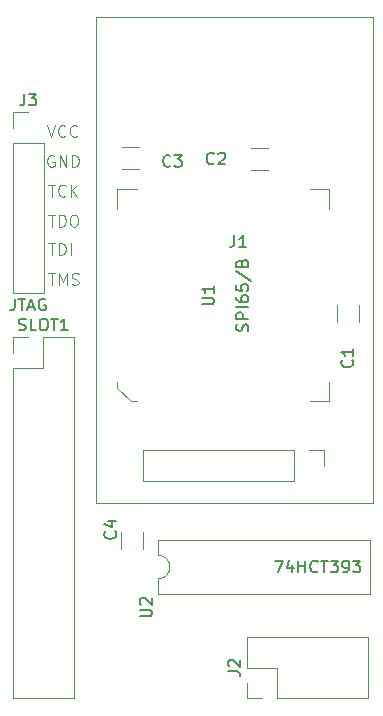
<source format=gbr>
%TF.GenerationSoftware,KiCad,Pcbnew,8.0.0-8.0.0-1~ubuntu22.04.1*%
%TF.CreationDate,2024-03-03T19:53:44+01:00*%
%TF.ProjectId,spi65,73706936-352e-46b6-9963-61645f706362,rev?*%
%TF.SameCoordinates,Original*%
%TF.FileFunction,Legend,Top*%
%TF.FilePolarity,Positive*%
%FSLAX46Y46*%
G04 Gerber Fmt 4.6, Leading zero omitted, Abs format (unit mm)*
G04 Created by KiCad (PCBNEW 8.0.0-8.0.0-1~ubuntu22.04.1) date 2024-03-03 19:53:44*
%MOMM*%
%LPD*%
G01*
G04 APERTURE LIST*
%ADD10C,0.100000*%
%ADD11C,0.150000*%
%ADD12C,0.120000*%
G04 APERTURE END LIST*
D10*
X105825027Y-69484419D02*
X106396455Y-69484419D01*
X106110741Y-70484419D02*
X106110741Y-69484419D01*
X106729789Y-70484419D02*
X106729789Y-69484419D01*
X106729789Y-69484419D02*
X106967884Y-69484419D01*
X106967884Y-69484419D02*
X107110741Y-69532038D01*
X107110741Y-69532038D02*
X107205979Y-69627276D01*
X107205979Y-69627276D02*
X107253598Y-69722514D01*
X107253598Y-69722514D02*
X107301217Y-69912990D01*
X107301217Y-69912990D02*
X107301217Y-70055847D01*
X107301217Y-70055847D02*
X107253598Y-70246323D01*
X107253598Y-70246323D02*
X107205979Y-70341561D01*
X107205979Y-70341561D02*
X107110741Y-70436800D01*
X107110741Y-70436800D02*
X106967884Y-70484419D01*
X106967884Y-70484419D02*
X106729789Y-70484419D01*
X107729789Y-70484419D02*
X107729789Y-69484419D01*
X105825027Y-64531419D02*
X106396455Y-64531419D01*
X106110741Y-65531419D02*
X106110741Y-64531419D01*
X107301217Y-65436180D02*
X107253598Y-65483800D01*
X107253598Y-65483800D02*
X107110741Y-65531419D01*
X107110741Y-65531419D02*
X107015503Y-65531419D01*
X107015503Y-65531419D02*
X106872646Y-65483800D01*
X106872646Y-65483800D02*
X106777408Y-65388561D01*
X106777408Y-65388561D02*
X106729789Y-65293323D01*
X106729789Y-65293323D02*
X106682170Y-65102847D01*
X106682170Y-65102847D02*
X106682170Y-64959990D01*
X106682170Y-64959990D02*
X106729789Y-64769514D01*
X106729789Y-64769514D02*
X106777408Y-64674276D01*
X106777408Y-64674276D02*
X106872646Y-64579038D01*
X106872646Y-64579038D02*
X107015503Y-64531419D01*
X107015503Y-64531419D02*
X107110741Y-64531419D01*
X107110741Y-64531419D02*
X107253598Y-64579038D01*
X107253598Y-64579038D02*
X107301217Y-64626657D01*
X107729789Y-65531419D02*
X107729789Y-64531419D01*
X108301217Y-65531419D02*
X107872646Y-64959990D01*
X108301217Y-64531419D02*
X107729789Y-65102847D01*
X105825027Y-67071419D02*
X106396455Y-67071419D01*
X106110741Y-68071419D02*
X106110741Y-67071419D01*
X106729789Y-68071419D02*
X106729789Y-67071419D01*
X106729789Y-67071419D02*
X106967884Y-67071419D01*
X106967884Y-67071419D02*
X107110741Y-67119038D01*
X107110741Y-67119038D02*
X107205979Y-67214276D01*
X107205979Y-67214276D02*
X107253598Y-67309514D01*
X107253598Y-67309514D02*
X107301217Y-67499990D01*
X107301217Y-67499990D02*
X107301217Y-67642847D01*
X107301217Y-67642847D02*
X107253598Y-67833323D01*
X107253598Y-67833323D02*
X107205979Y-67928561D01*
X107205979Y-67928561D02*
X107110741Y-68023800D01*
X107110741Y-68023800D02*
X106967884Y-68071419D01*
X106967884Y-68071419D02*
X106729789Y-68071419D01*
X107920265Y-67071419D02*
X108110741Y-67071419D01*
X108110741Y-67071419D02*
X108205979Y-67119038D01*
X108205979Y-67119038D02*
X108301217Y-67214276D01*
X108301217Y-67214276D02*
X108348836Y-67404752D01*
X108348836Y-67404752D02*
X108348836Y-67738085D01*
X108348836Y-67738085D02*
X108301217Y-67928561D01*
X108301217Y-67928561D02*
X108205979Y-68023800D01*
X108205979Y-68023800D02*
X108110741Y-68071419D01*
X108110741Y-68071419D02*
X107920265Y-68071419D01*
X107920265Y-68071419D02*
X107825027Y-68023800D01*
X107825027Y-68023800D02*
X107729789Y-67928561D01*
X107729789Y-67928561D02*
X107682170Y-67738085D01*
X107682170Y-67738085D02*
X107682170Y-67404752D01*
X107682170Y-67404752D02*
X107729789Y-67214276D01*
X107729789Y-67214276D02*
X107825027Y-67119038D01*
X107825027Y-67119038D02*
X107920265Y-67071419D01*
X105825027Y-72024419D02*
X106396455Y-72024419D01*
X106110741Y-73024419D02*
X106110741Y-72024419D01*
X106729789Y-73024419D02*
X106729789Y-72024419D01*
X106729789Y-72024419D02*
X107063122Y-72738704D01*
X107063122Y-72738704D02*
X107396455Y-72024419D01*
X107396455Y-72024419D02*
X107396455Y-73024419D01*
X107825027Y-72976800D02*
X107967884Y-73024419D01*
X107967884Y-73024419D02*
X108205979Y-73024419D01*
X108205979Y-73024419D02*
X108301217Y-72976800D01*
X108301217Y-72976800D02*
X108348836Y-72929180D01*
X108348836Y-72929180D02*
X108396455Y-72833942D01*
X108396455Y-72833942D02*
X108396455Y-72738704D01*
X108396455Y-72738704D02*
X108348836Y-72643466D01*
X108348836Y-72643466D02*
X108301217Y-72595847D01*
X108301217Y-72595847D02*
X108205979Y-72548228D01*
X108205979Y-72548228D02*
X108015503Y-72500609D01*
X108015503Y-72500609D02*
X107920265Y-72452990D01*
X107920265Y-72452990D02*
X107872646Y-72405371D01*
X107872646Y-72405371D02*
X107825027Y-72310133D01*
X107825027Y-72310133D02*
X107825027Y-72214895D01*
X107825027Y-72214895D02*
X107872646Y-72119657D01*
X107872646Y-72119657D02*
X107920265Y-72072038D01*
X107920265Y-72072038D02*
X108015503Y-72024419D01*
X108015503Y-72024419D02*
X108253598Y-72024419D01*
X108253598Y-72024419D02*
X108396455Y-72072038D01*
X105698027Y-59476819D02*
X106031360Y-60476819D01*
X106031360Y-60476819D02*
X106364693Y-59476819D01*
X107269455Y-60381580D02*
X107221836Y-60429200D01*
X107221836Y-60429200D02*
X107078979Y-60476819D01*
X107078979Y-60476819D02*
X106983741Y-60476819D01*
X106983741Y-60476819D02*
X106840884Y-60429200D01*
X106840884Y-60429200D02*
X106745646Y-60333961D01*
X106745646Y-60333961D02*
X106698027Y-60238723D01*
X106698027Y-60238723D02*
X106650408Y-60048247D01*
X106650408Y-60048247D02*
X106650408Y-59905390D01*
X106650408Y-59905390D02*
X106698027Y-59714914D01*
X106698027Y-59714914D02*
X106745646Y-59619676D01*
X106745646Y-59619676D02*
X106840884Y-59524438D01*
X106840884Y-59524438D02*
X106983741Y-59476819D01*
X106983741Y-59476819D02*
X107078979Y-59476819D01*
X107078979Y-59476819D02*
X107221836Y-59524438D01*
X107221836Y-59524438D02*
X107269455Y-59572057D01*
X108269455Y-60381580D02*
X108221836Y-60429200D01*
X108221836Y-60429200D02*
X108078979Y-60476819D01*
X108078979Y-60476819D02*
X107983741Y-60476819D01*
X107983741Y-60476819D02*
X107840884Y-60429200D01*
X107840884Y-60429200D02*
X107745646Y-60333961D01*
X107745646Y-60333961D02*
X107698027Y-60238723D01*
X107698027Y-60238723D02*
X107650408Y-60048247D01*
X107650408Y-60048247D02*
X107650408Y-59905390D01*
X107650408Y-59905390D02*
X107698027Y-59714914D01*
X107698027Y-59714914D02*
X107745646Y-59619676D01*
X107745646Y-59619676D02*
X107840884Y-59524438D01*
X107840884Y-59524438D02*
X107983741Y-59476819D01*
X107983741Y-59476819D02*
X108078979Y-59476819D01*
X108078979Y-59476819D02*
X108221836Y-59524438D01*
X108221836Y-59524438D02*
X108269455Y-59572057D01*
X106313893Y-62064438D02*
X106218655Y-62016819D01*
X106218655Y-62016819D02*
X106075798Y-62016819D01*
X106075798Y-62016819D02*
X105932941Y-62064438D01*
X105932941Y-62064438D02*
X105837703Y-62159676D01*
X105837703Y-62159676D02*
X105790084Y-62254914D01*
X105790084Y-62254914D02*
X105742465Y-62445390D01*
X105742465Y-62445390D02*
X105742465Y-62588247D01*
X105742465Y-62588247D02*
X105790084Y-62778723D01*
X105790084Y-62778723D02*
X105837703Y-62873961D01*
X105837703Y-62873961D02*
X105932941Y-62969200D01*
X105932941Y-62969200D02*
X106075798Y-63016819D01*
X106075798Y-63016819D02*
X106171036Y-63016819D01*
X106171036Y-63016819D02*
X106313893Y-62969200D01*
X106313893Y-62969200D02*
X106361512Y-62921580D01*
X106361512Y-62921580D02*
X106361512Y-62588247D01*
X106361512Y-62588247D02*
X106171036Y-62588247D01*
X106790084Y-63016819D02*
X106790084Y-62016819D01*
X106790084Y-62016819D02*
X107361512Y-63016819D01*
X107361512Y-63016819D02*
X107361512Y-62016819D01*
X107837703Y-63016819D02*
X107837703Y-62016819D01*
X107837703Y-62016819D02*
X108075798Y-62016819D01*
X108075798Y-62016819D02*
X108218655Y-62064438D01*
X108218655Y-62064438D02*
X108313893Y-62159676D01*
X108313893Y-62159676D02*
X108361512Y-62254914D01*
X108361512Y-62254914D02*
X108409131Y-62445390D01*
X108409131Y-62445390D02*
X108409131Y-62588247D01*
X108409131Y-62588247D02*
X108361512Y-62778723D01*
X108361512Y-62778723D02*
X108313893Y-62873961D01*
X108313893Y-62873961D02*
X108218655Y-62969200D01*
X108218655Y-62969200D02*
X108075798Y-63016819D01*
X108075798Y-63016819D02*
X107837703Y-63016819D01*
D11*
X111484580Y-93892666D02*
X111532200Y-93940285D01*
X111532200Y-93940285D02*
X111579819Y-94083142D01*
X111579819Y-94083142D02*
X111579819Y-94178380D01*
X111579819Y-94178380D02*
X111532200Y-94321237D01*
X111532200Y-94321237D02*
X111436961Y-94416475D01*
X111436961Y-94416475D02*
X111341723Y-94464094D01*
X111341723Y-94464094D02*
X111151247Y-94511713D01*
X111151247Y-94511713D02*
X111008390Y-94511713D01*
X111008390Y-94511713D02*
X110817914Y-94464094D01*
X110817914Y-94464094D02*
X110722676Y-94416475D01*
X110722676Y-94416475D02*
X110627438Y-94321237D01*
X110627438Y-94321237D02*
X110579819Y-94178380D01*
X110579819Y-94178380D02*
X110579819Y-94083142D01*
X110579819Y-94083142D02*
X110627438Y-93940285D01*
X110627438Y-93940285D02*
X110675057Y-93892666D01*
X110913152Y-93035523D02*
X111579819Y-93035523D01*
X110532200Y-93273618D02*
X111246485Y-93511713D01*
X111246485Y-93511713D02*
X111246485Y-92892666D01*
X103806666Y-56814819D02*
X103806666Y-57529104D01*
X103806666Y-57529104D02*
X103759047Y-57671961D01*
X103759047Y-57671961D02*
X103663809Y-57767200D01*
X103663809Y-57767200D02*
X103520952Y-57814819D01*
X103520952Y-57814819D02*
X103425714Y-57814819D01*
X104187619Y-56814819D02*
X104806666Y-56814819D01*
X104806666Y-56814819D02*
X104473333Y-57195771D01*
X104473333Y-57195771D02*
X104616190Y-57195771D01*
X104616190Y-57195771D02*
X104711428Y-57243390D01*
X104711428Y-57243390D02*
X104759047Y-57291009D01*
X104759047Y-57291009D02*
X104806666Y-57386247D01*
X104806666Y-57386247D02*
X104806666Y-57624342D01*
X104806666Y-57624342D02*
X104759047Y-57719580D01*
X104759047Y-57719580D02*
X104711428Y-57767200D01*
X104711428Y-57767200D02*
X104616190Y-57814819D01*
X104616190Y-57814819D02*
X104330476Y-57814819D01*
X104330476Y-57814819D02*
X104235238Y-57767200D01*
X104235238Y-57767200D02*
X104187619Y-57719580D01*
X102973333Y-74174819D02*
X102973333Y-74889104D01*
X102973333Y-74889104D02*
X102925714Y-75031961D01*
X102925714Y-75031961D02*
X102830476Y-75127200D01*
X102830476Y-75127200D02*
X102687619Y-75174819D01*
X102687619Y-75174819D02*
X102592381Y-75174819D01*
X103306667Y-74174819D02*
X103878095Y-74174819D01*
X103592381Y-75174819D02*
X103592381Y-74174819D01*
X104163810Y-74889104D02*
X104640000Y-74889104D01*
X104068572Y-75174819D02*
X104401905Y-74174819D01*
X104401905Y-74174819D02*
X104735238Y-75174819D01*
X105592381Y-74222438D02*
X105497143Y-74174819D01*
X105497143Y-74174819D02*
X105354286Y-74174819D01*
X105354286Y-74174819D02*
X105211429Y-74222438D01*
X105211429Y-74222438D02*
X105116191Y-74317676D01*
X105116191Y-74317676D02*
X105068572Y-74412914D01*
X105068572Y-74412914D02*
X105020953Y-74603390D01*
X105020953Y-74603390D02*
X105020953Y-74746247D01*
X105020953Y-74746247D02*
X105068572Y-74936723D01*
X105068572Y-74936723D02*
X105116191Y-75031961D01*
X105116191Y-75031961D02*
X105211429Y-75127200D01*
X105211429Y-75127200D02*
X105354286Y-75174819D01*
X105354286Y-75174819D02*
X105449524Y-75174819D01*
X105449524Y-75174819D02*
X105592381Y-75127200D01*
X105592381Y-75127200D02*
X105640000Y-75079580D01*
X105640000Y-75079580D02*
X105640000Y-74746247D01*
X105640000Y-74746247D02*
X105449524Y-74746247D01*
X121076819Y-105743333D02*
X121791104Y-105743333D01*
X121791104Y-105743333D02*
X121933961Y-105790952D01*
X121933961Y-105790952D02*
X122029200Y-105886190D01*
X122029200Y-105886190D02*
X122076819Y-106029047D01*
X122076819Y-106029047D02*
X122076819Y-106124285D01*
X121172057Y-105314761D02*
X121124438Y-105267142D01*
X121124438Y-105267142D02*
X121076819Y-105171904D01*
X121076819Y-105171904D02*
X121076819Y-104933809D01*
X121076819Y-104933809D02*
X121124438Y-104838571D01*
X121124438Y-104838571D02*
X121172057Y-104790952D01*
X121172057Y-104790952D02*
X121267295Y-104743333D01*
X121267295Y-104743333D02*
X121362533Y-104743333D01*
X121362533Y-104743333D02*
X121505390Y-104790952D01*
X121505390Y-104790952D02*
X122076819Y-105362380D01*
X122076819Y-105362380D02*
X122076819Y-104743333D01*
X121586666Y-68804819D02*
X121586666Y-69519104D01*
X121586666Y-69519104D02*
X121539047Y-69661961D01*
X121539047Y-69661961D02*
X121443809Y-69757200D01*
X121443809Y-69757200D02*
X121300952Y-69804819D01*
X121300952Y-69804819D02*
X121205714Y-69804819D01*
X122586666Y-69804819D02*
X122015238Y-69804819D01*
X122300952Y-69804819D02*
X122300952Y-68804819D01*
X122300952Y-68804819D02*
X122205714Y-68947676D01*
X122205714Y-68947676D02*
X122110476Y-69042914D01*
X122110476Y-69042914D02*
X122015238Y-69090533D01*
X119848333Y-62716580D02*
X119800714Y-62764200D01*
X119800714Y-62764200D02*
X119657857Y-62811819D01*
X119657857Y-62811819D02*
X119562619Y-62811819D01*
X119562619Y-62811819D02*
X119419762Y-62764200D01*
X119419762Y-62764200D02*
X119324524Y-62668961D01*
X119324524Y-62668961D02*
X119276905Y-62573723D01*
X119276905Y-62573723D02*
X119229286Y-62383247D01*
X119229286Y-62383247D02*
X119229286Y-62240390D01*
X119229286Y-62240390D02*
X119276905Y-62049914D01*
X119276905Y-62049914D02*
X119324524Y-61954676D01*
X119324524Y-61954676D02*
X119419762Y-61859438D01*
X119419762Y-61859438D02*
X119562619Y-61811819D01*
X119562619Y-61811819D02*
X119657857Y-61811819D01*
X119657857Y-61811819D02*
X119800714Y-61859438D01*
X119800714Y-61859438D02*
X119848333Y-61907057D01*
X120229286Y-61907057D02*
X120276905Y-61859438D01*
X120276905Y-61859438D02*
X120372143Y-61811819D01*
X120372143Y-61811819D02*
X120610238Y-61811819D01*
X120610238Y-61811819D02*
X120705476Y-61859438D01*
X120705476Y-61859438D02*
X120753095Y-61907057D01*
X120753095Y-61907057D02*
X120800714Y-62002295D01*
X120800714Y-62002295D02*
X120800714Y-62097533D01*
X120800714Y-62097533D02*
X120753095Y-62240390D01*
X120753095Y-62240390D02*
X120181667Y-62811819D01*
X120181667Y-62811819D02*
X120800714Y-62811819D01*
X113583819Y-101076904D02*
X114393342Y-101076904D01*
X114393342Y-101076904D02*
X114488580Y-101029285D01*
X114488580Y-101029285D02*
X114536200Y-100981666D01*
X114536200Y-100981666D02*
X114583819Y-100886428D01*
X114583819Y-100886428D02*
X114583819Y-100695952D01*
X114583819Y-100695952D02*
X114536200Y-100600714D01*
X114536200Y-100600714D02*
X114488580Y-100553095D01*
X114488580Y-100553095D02*
X114393342Y-100505476D01*
X114393342Y-100505476D02*
X113583819Y-100505476D01*
X113679057Y-100076904D02*
X113631438Y-100029285D01*
X113631438Y-100029285D02*
X113583819Y-99934047D01*
X113583819Y-99934047D02*
X113583819Y-99695952D01*
X113583819Y-99695952D02*
X113631438Y-99600714D01*
X113631438Y-99600714D02*
X113679057Y-99553095D01*
X113679057Y-99553095D02*
X113774295Y-99505476D01*
X113774295Y-99505476D02*
X113869533Y-99505476D01*
X113869533Y-99505476D02*
X114012390Y-99553095D01*
X114012390Y-99553095D02*
X114583819Y-100124523D01*
X114583819Y-100124523D02*
X114583819Y-99505476D01*
X125013143Y-96355819D02*
X125679809Y-96355819D01*
X125679809Y-96355819D02*
X125251238Y-97355819D01*
X126489333Y-96689152D02*
X126489333Y-97355819D01*
X126251238Y-96308200D02*
X126013143Y-97022485D01*
X126013143Y-97022485D02*
X126632190Y-97022485D01*
X127013143Y-97355819D02*
X127013143Y-96355819D01*
X127013143Y-96832009D02*
X127584571Y-96832009D01*
X127584571Y-97355819D02*
X127584571Y-96355819D01*
X128632190Y-97260580D02*
X128584571Y-97308200D01*
X128584571Y-97308200D02*
X128441714Y-97355819D01*
X128441714Y-97355819D02*
X128346476Y-97355819D01*
X128346476Y-97355819D02*
X128203619Y-97308200D01*
X128203619Y-97308200D02*
X128108381Y-97212961D01*
X128108381Y-97212961D02*
X128060762Y-97117723D01*
X128060762Y-97117723D02*
X128013143Y-96927247D01*
X128013143Y-96927247D02*
X128013143Y-96784390D01*
X128013143Y-96784390D02*
X128060762Y-96593914D01*
X128060762Y-96593914D02*
X128108381Y-96498676D01*
X128108381Y-96498676D02*
X128203619Y-96403438D01*
X128203619Y-96403438D02*
X128346476Y-96355819D01*
X128346476Y-96355819D02*
X128441714Y-96355819D01*
X128441714Y-96355819D02*
X128584571Y-96403438D01*
X128584571Y-96403438D02*
X128632190Y-96451057D01*
X128917905Y-96355819D02*
X129489333Y-96355819D01*
X129203619Y-97355819D02*
X129203619Y-96355819D01*
X129727429Y-96355819D02*
X130346476Y-96355819D01*
X130346476Y-96355819D02*
X130013143Y-96736771D01*
X130013143Y-96736771D02*
X130156000Y-96736771D01*
X130156000Y-96736771D02*
X130251238Y-96784390D01*
X130251238Y-96784390D02*
X130298857Y-96832009D01*
X130298857Y-96832009D02*
X130346476Y-96927247D01*
X130346476Y-96927247D02*
X130346476Y-97165342D01*
X130346476Y-97165342D02*
X130298857Y-97260580D01*
X130298857Y-97260580D02*
X130251238Y-97308200D01*
X130251238Y-97308200D02*
X130156000Y-97355819D01*
X130156000Y-97355819D02*
X129870286Y-97355819D01*
X129870286Y-97355819D02*
X129775048Y-97308200D01*
X129775048Y-97308200D02*
X129727429Y-97260580D01*
X130822667Y-97355819D02*
X131013143Y-97355819D01*
X131013143Y-97355819D02*
X131108381Y-97308200D01*
X131108381Y-97308200D02*
X131156000Y-97260580D01*
X131156000Y-97260580D02*
X131251238Y-97117723D01*
X131251238Y-97117723D02*
X131298857Y-96927247D01*
X131298857Y-96927247D02*
X131298857Y-96546295D01*
X131298857Y-96546295D02*
X131251238Y-96451057D01*
X131251238Y-96451057D02*
X131203619Y-96403438D01*
X131203619Y-96403438D02*
X131108381Y-96355819D01*
X131108381Y-96355819D02*
X130917905Y-96355819D01*
X130917905Y-96355819D02*
X130822667Y-96403438D01*
X130822667Y-96403438D02*
X130775048Y-96451057D01*
X130775048Y-96451057D02*
X130727429Y-96546295D01*
X130727429Y-96546295D02*
X130727429Y-96784390D01*
X130727429Y-96784390D02*
X130775048Y-96879628D01*
X130775048Y-96879628D02*
X130822667Y-96927247D01*
X130822667Y-96927247D02*
X130917905Y-96974866D01*
X130917905Y-96974866D02*
X131108381Y-96974866D01*
X131108381Y-96974866D02*
X131203619Y-96927247D01*
X131203619Y-96927247D02*
X131251238Y-96879628D01*
X131251238Y-96879628D02*
X131298857Y-96784390D01*
X131632191Y-96355819D02*
X132251238Y-96355819D01*
X132251238Y-96355819D02*
X131917905Y-96736771D01*
X131917905Y-96736771D02*
X132060762Y-96736771D01*
X132060762Y-96736771D02*
X132156000Y-96784390D01*
X132156000Y-96784390D02*
X132203619Y-96832009D01*
X132203619Y-96832009D02*
X132251238Y-96927247D01*
X132251238Y-96927247D02*
X132251238Y-97165342D01*
X132251238Y-97165342D02*
X132203619Y-97260580D01*
X132203619Y-97260580D02*
X132156000Y-97308200D01*
X132156000Y-97308200D02*
X132060762Y-97355819D01*
X132060762Y-97355819D02*
X131775048Y-97355819D01*
X131775048Y-97355819D02*
X131679810Y-97308200D01*
X131679810Y-97308200D02*
X131632191Y-97260580D01*
X103338571Y-76817200D02*
X103481428Y-76864819D01*
X103481428Y-76864819D02*
X103719523Y-76864819D01*
X103719523Y-76864819D02*
X103814761Y-76817200D01*
X103814761Y-76817200D02*
X103862380Y-76769580D01*
X103862380Y-76769580D02*
X103909999Y-76674342D01*
X103909999Y-76674342D02*
X103909999Y-76579104D01*
X103909999Y-76579104D02*
X103862380Y-76483866D01*
X103862380Y-76483866D02*
X103814761Y-76436247D01*
X103814761Y-76436247D02*
X103719523Y-76388628D01*
X103719523Y-76388628D02*
X103529047Y-76341009D01*
X103529047Y-76341009D02*
X103433809Y-76293390D01*
X103433809Y-76293390D02*
X103386190Y-76245771D01*
X103386190Y-76245771D02*
X103338571Y-76150533D01*
X103338571Y-76150533D02*
X103338571Y-76055295D01*
X103338571Y-76055295D02*
X103386190Y-75960057D01*
X103386190Y-75960057D02*
X103433809Y-75912438D01*
X103433809Y-75912438D02*
X103529047Y-75864819D01*
X103529047Y-75864819D02*
X103767142Y-75864819D01*
X103767142Y-75864819D02*
X103909999Y-75912438D01*
X104814761Y-76864819D02*
X104338571Y-76864819D01*
X104338571Y-76864819D02*
X104338571Y-75864819D01*
X105338571Y-75864819D02*
X105529047Y-75864819D01*
X105529047Y-75864819D02*
X105624285Y-75912438D01*
X105624285Y-75912438D02*
X105719523Y-76007676D01*
X105719523Y-76007676D02*
X105767142Y-76198152D01*
X105767142Y-76198152D02*
X105767142Y-76531485D01*
X105767142Y-76531485D02*
X105719523Y-76721961D01*
X105719523Y-76721961D02*
X105624285Y-76817200D01*
X105624285Y-76817200D02*
X105529047Y-76864819D01*
X105529047Y-76864819D02*
X105338571Y-76864819D01*
X105338571Y-76864819D02*
X105243333Y-76817200D01*
X105243333Y-76817200D02*
X105148095Y-76721961D01*
X105148095Y-76721961D02*
X105100476Y-76531485D01*
X105100476Y-76531485D02*
X105100476Y-76198152D01*
X105100476Y-76198152D02*
X105148095Y-76007676D01*
X105148095Y-76007676D02*
X105243333Y-75912438D01*
X105243333Y-75912438D02*
X105338571Y-75864819D01*
X106052857Y-75864819D02*
X106624285Y-75864819D01*
X106338571Y-76864819D02*
X106338571Y-75864819D01*
X107481428Y-76864819D02*
X106910000Y-76864819D01*
X107195714Y-76864819D02*
X107195714Y-75864819D01*
X107195714Y-75864819D02*
X107100476Y-76007676D01*
X107100476Y-76007676D02*
X107005238Y-76102914D01*
X107005238Y-76102914D02*
X106910000Y-76150533D01*
X116165333Y-62920580D02*
X116117714Y-62968200D01*
X116117714Y-62968200D02*
X115974857Y-63015819D01*
X115974857Y-63015819D02*
X115879619Y-63015819D01*
X115879619Y-63015819D02*
X115736762Y-62968200D01*
X115736762Y-62968200D02*
X115641524Y-62872961D01*
X115641524Y-62872961D02*
X115593905Y-62777723D01*
X115593905Y-62777723D02*
X115546286Y-62587247D01*
X115546286Y-62587247D02*
X115546286Y-62444390D01*
X115546286Y-62444390D02*
X115593905Y-62253914D01*
X115593905Y-62253914D02*
X115641524Y-62158676D01*
X115641524Y-62158676D02*
X115736762Y-62063438D01*
X115736762Y-62063438D02*
X115879619Y-62015819D01*
X115879619Y-62015819D02*
X115974857Y-62015819D01*
X115974857Y-62015819D02*
X116117714Y-62063438D01*
X116117714Y-62063438D02*
X116165333Y-62111057D01*
X116498667Y-62015819D02*
X117117714Y-62015819D01*
X117117714Y-62015819D02*
X116784381Y-62396771D01*
X116784381Y-62396771D02*
X116927238Y-62396771D01*
X116927238Y-62396771D02*
X117022476Y-62444390D01*
X117022476Y-62444390D02*
X117070095Y-62492009D01*
X117070095Y-62492009D02*
X117117714Y-62587247D01*
X117117714Y-62587247D02*
X117117714Y-62825342D01*
X117117714Y-62825342D02*
X117070095Y-62920580D01*
X117070095Y-62920580D02*
X117022476Y-62968200D01*
X117022476Y-62968200D02*
X116927238Y-63015819D01*
X116927238Y-63015819D02*
X116641524Y-63015819D01*
X116641524Y-63015819D02*
X116546286Y-62968200D01*
X116546286Y-62968200D02*
X116498667Y-62920580D01*
X118834818Y-74664404D02*
X119644341Y-74664404D01*
X119644341Y-74664404D02*
X119739579Y-74616785D01*
X119739579Y-74616785D02*
X119787199Y-74569166D01*
X119787199Y-74569166D02*
X119834818Y-74473928D01*
X119834818Y-74473928D02*
X119834818Y-74283452D01*
X119834818Y-74283452D02*
X119787199Y-74188214D01*
X119787199Y-74188214D02*
X119739579Y-74140595D01*
X119739579Y-74140595D02*
X119644341Y-74092976D01*
X119644341Y-74092976D02*
X118834818Y-74092976D01*
X119834818Y-73092976D02*
X119834818Y-73664404D01*
X119834818Y-73378690D02*
X118834818Y-73378690D01*
X118834818Y-73378690D02*
X118977675Y-73473928D01*
X118977675Y-73473928D02*
X119072913Y-73569166D01*
X119072913Y-73569166D02*
X119120532Y-73664404D01*
X122719699Y-76902499D02*
X122767318Y-76759642D01*
X122767318Y-76759642D02*
X122767318Y-76521547D01*
X122767318Y-76521547D02*
X122719699Y-76426309D01*
X122719699Y-76426309D02*
X122672079Y-76378690D01*
X122672079Y-76378690D02*
X122576841Y-76331071D01*
X122576841Y-76331071D02*
X122481603Y-76331071D01*
X122481603Y-76331071D02*
X122386365Y-76378690D01*
X122386365Y-76378690D02*
X122338746Y-76426309D01*
X122338746Y-76426309D02*
X122291127Y-76521547D01*
X122291127Y-76521547D02*
X122243508Y-76712023D01*
X122243508Y-76712023D02*
X122195889Y-76807261D01*
X122195889Y-76807261D02*
X122148270Y-76854880D01*
X122148270Y-76854880D02*
X122053032Y-76902499D01*
X122053032Y-76902499D02*
X121957794Y-76902499D01*
X121957794Y-76902499D02*
X121862556Y-76854880D01*
X121862556Y-76854880D02*
X121814937Y-76807261D01*
X121814937Y-76807261D02*
X121767318Y-76712023D01*
X121767318Y-76712023D02*
X121767318Y-76473928D01*
X121767318Y-76473928D02*
X121814937Y-76331071D01*
X122767318Y-75902499D02*
X121767318Y-75902499D01*
X121767318Y-75902499D02*
X121767318Y-75521547D01*
X121767318Y-75521547D02*
X121814937Y-75426309D01*
X121814937Y-75426309D02*
X121862556Y-75378690D01*
X121862556Y-75378690D02*
X121957794Y-75331071D01*
X121957794Y-75331071D02*
X122100651Y-75331071D01*
X122100651Y-75331071D02*
X122195889Y-75378690D01*
X122195889Y-75378690D02*
X122243508Y-75426309D01*
X122243508Y-75426309D02*
X122291127Y-75521547D01*
X122291127Y-75521547D02*
X122291127Y-75902499D01*
X122767318Y-74902499D02*
X121767318Y-74902499D01*
X121767318Y-73997738D02*
X121767318Y-74188214D01*
X121767318Y-74188214D02*
X121814937Y-74283452D01*
X121814937Y-74283452D02*
X121862556Y-74331071D01*
X121862556Y-74331071D02*
X122005413Y-74426309D01*
X122005413Y-74426309D02*
X122195889Y-74473928D01*
X122195889Y-74473928D02*
X122576841Y-74473928D01*
X122576841Y-74473928D02*
X122672079Y-74426309D01*
X122672079Y-74426309D02*
X122719699Y-74378690D01*
X122719699Y-74378690D02*
X122767318Y-74283452D01*
X122767318Y-74283452D02*
X122767318Y-74092976D01*
X122767318Y-74092976D02*
X122719699Y-73997738D01*
X122719699Y-73997738D02*
X122672079Y-73950119D01*
X122672079Y-73950119D02*
X122576841Y-73902500D01*
X122576841Y-73902500D02*
X122338746Y-73902500D01*
X122338746Y-73902500D02*
X122243508Y-73950119D01*
X122243508Y-73950119D02*
X122195889Y-73997738D01*
X122195889Y-73997738D02*
X122148270Y-74092976D01*
X122148270Y-74092976D02*
X122148270Y-74283452D01*
X122148270Y-74283452D02*
X122195889Y-74378690D01*
X122195889Y-74378690D02*
X122243508Y-74426309D01*
X122243508Y-74426309D02*
X122338746Y-74473928D01*
X121767318Y-72997738D02*
X121767318Y-73473928D01*
X121767318Y-73473928D02*
X122243508Y-73521547D01*
X122243508Y-73521547D02*
X122195889Y-73473928D01*
X122195889Y-73473928D02*
X122148270Y-73378690D01*
X122148270Y-73378690D02*
X122148270Y-73140595D01*
X122148270Y-73140595D02*
X122195889Y-73045357D01*
X122195889Y-73045357D02*
X122243508Y-72997738D01*
X122243508Y-72997738D02*
X122338746Y-72950119D01*
X122338746Y-72950119D02*
X122576841Y-72950119D01*
X122576841Y-72950119D02*
X122672079Y-72997738D01*
X122672079Y-72997738D02*
X122719699Y-73045357D01*
X122719699Y-73045357D02*
X122767318Y-73140595D01*
X122767318Y-73140595D02*
X122767318Y-73378690D01*
X122767318Y-73378690D02*
X122719699Y-73473928D01*
X122719699Y-73473928D02*
X122672079Y-73521547D01*
X121719699Y-71807262D02*
X123005413Y-72664404D01*
X122243508Y-71140595D02*
X122291127Y-70997738D01*
X122291127Y-70997738D02*
X122338746Y-70950119D01*
X122338746Y-70950119D02*
X122433984Y-70902500D01*
X122433984Y-70902500D02*
X122576841Y-70902500D01*
X122576841Y-70902500D02*
X122672079Y-70950119D01*
X122672079Y-70950119D02*
X122719699Y-70997738D01*
X122719699Y-70997738D02*
X122767318Y-71092976D01*
X122767318Y-71092976D02*
X122767318Y-71473928D01*
X122767318Y-71473928D02*
X121767318Y-71473928D01*
X121767318Y-71473928D02*
X121767318Y-71140595D01*
X121767318Y-71140595D02*
X121814937Y-71045357D01*
X121814937Y-71045357D02*
X121862556Y-70997738D01*
X121862556Y-70997738D02*
X121957794Y-70950119D01*
X121957794Y-70950119D02*
X122053032Y-70950119D01*
X122053032Y-70950119D02*
X122148270Y-70997738D01*
X122148270Y-70997738D02*
X122195889Y-71045357D01*
X122195889Y-71045357D02*
X122243508Y-71140595D01*
X122243508Y-71140595D02*
X122243508Y-71473928D01*
X131550580Y-79376166D02*
X131598200Y-79423785D01*
X131598200Y-79423785D02*
X131645819Y-79566642D01*
X131645819Y-79566642D02*
X131645819Y-79661880D01*
X131645819Y-79661880D02*
X131598200Y-79804737D01*
X131598200Y-79804737D02*
X131502961Y-79899975D01*
X131502961Y-79899975D02*
X131407723Y-79947594D01*
X131407723Y-79947594D02*
X131217247Y-79995213D01*
X131217247Y-79995213D02*
X131074390Y-79995213D01*
X131074390Y-79995213D02*
X130883914Y-79947594D01*
X130883914Y-79947594D02*
X130788676Y-79899975D01*
X130788676Y-79899975D02*
X130693438Y-79804737D01*
X130693438Y-79804737D02*
X130645819Y-79661880D01*
X130645819Y-79661880D02*
X130645819Y-79566642D01*
X130645819Y-79566642D02*
X130693438Y-79423785D01*
X130693438Y-79423785D02*
X130741057Y-79376166D01*
X131645819Y-78423785D02*
X131645819Y-78995213D01*
X131645819Y-78709499D02*
X130645819Y-78709499D01*
X130645819Y-78709499D02*
X130788676Y-78804737D01*
X130788676Y-78804737D02*
X130883914Y-78899975D01*
X130883914Y-78899975D02*
X130931533Y-78995213D01*
D12*
%TO.C,C4*%
X111993000Y-93942248D02*
X111993000Y-95364752D01*
X113813000Y-93942248D02*
X113813000Y-95364752D01*
%TO.C,J3*%
X102810000Y-58360000D02*
X104140000Y-58360000D01*
X102810000Y-59690000D02*
X102810000Y-58360000D01*
X102810000Y-60960000D02*
X102810000Y-73720000D01*
X102810000Y-60960000D02*
X105470000Y-60960000D01*
X102810000Y-73720000D02*
X105470000Y-73720000D01*
X105470000Y-60960000D02*
X105470000Y-73720000D01*
%TO.C,J2*%
X122622000Y-102810000D02*
X132902000Y-102810000D01*
X122622000Y-105410000D02*
X122622000Y-102810000D01*
X122622000Y-108010000D02*
X122622000Y-106680000D01*
X123952000Y-108010000D02*
X122622000Y-108010000D01*
X125222000Y-105410000D02*
X122622000Y-105410000D01*
X125222000Y-108010000D02*
X125222000Y-105410000D01*
X125222000Y-108010000D02*
X132902000Y-108010000D01*
X132902000Y-108010000D02*
X132902000Y-102810000D01*
%TO.C,J1*%
X109855000Y-50355500D02*
X133350000Y-50355500D01*
X109855000Y-50419000D02*
X109855000Y-91440000D01*
X109855000Y-91440000D02*
X133350000Y-91440000D01*
X113837000Y-86976500D02*
X113837000Y-89636500D01*
X126597000Y-86976500D02*
X113837000Y-86976500D01*
X126597000Y-86976500D02*
X126597000Y-89636500D01*
X126597000Y-89636500D02*
X113837000Y-89636500D01*
X127867000Y-86976500D02*
X129197000Y-86976500D01*
X129197000Y-86976500D02*
X129197000Y-88306500D01*
X133350000Y-50419000D02*
X133350000Y-91440000D01*
%TO.C,C2*%
X123025248Y-61447000D02*
X124447752Y-61447000D01*
X123025248Y-63267000D02*
X124447752Y-63267000D01*
%TO.C,U2*%
X115129000Y-94651000D02*
X115129000Y-95901000D01*
X115129000Y-97901000D02*
X115129000Y-99151000D01*
X115129000Y-99151000D02*
X133029000Y-99151000D01*
X133029000Y-94651000D02*
X115129000Y-94651000D01*
X133029000Y-99151000D02*
X133029000Y-94651000D01*
X115129000Y-95901000D02*
G75*
G02*
X115129000Y-97901000I0J-1000000D01*
G01*
%TO.C,SLOT1*%
X102810000Y-77410000D02*
X104140000Y-77410000D01*
X102810000Y-78740000D02*
X102810000Y-77410000D01*
X102810000Y-80010000D02*
X102810000Y-108010000D01*
X102810000Y-80010000D02*
X105410000Y-80010000D01*
X102810000Y-108010000D02*
X108010000Y-108010000D01*
X105410000Y-77410000D02*
X108010000Y-77410000D01*
X105410000Y-80010000D02*
X105410000Y-77410000D01*
X108010000Y-77410000D02*
X108010000Y-108010000D01*
%TO.C,C3*%
X113487252Y-61358500D02*
X112064748Y-61358500D01*
X113487252Y-63178500D02*
X112064748Y-63178500D01*
D10*
%TO.C,U1*%
X111674999Y-64927500D02*
X113324999Y-64927500D01*
X111674999Y-66577500D02*
X111674999Y-64927500D01*
X111674999Y-81227500D02*
X111674999Y-81727500D01*
X111674999Y-81727500D02*
X112824999Y-82877500D01*
X112824999Y-82877500D02*
X113324999Y-82877500D01*
X129624999Y-64927500D02*
X127974999Y-64927500D01*
X129624999Y-66577500D02*
X129624999Y-64927500D01*
X129624999Y-81227500D02*
X129624999Y-82877500D01*
X129624999Y-82877500D02*
X127974999Y-82877500D01*
D12*
%TO.C,C1*%
X130281000Y-76149252D02*
X130281000Y-74726748D01*
X132101000Y-76149252D02*
X132101000Y-74726748D01*
%TD*%
M02*

</source>
